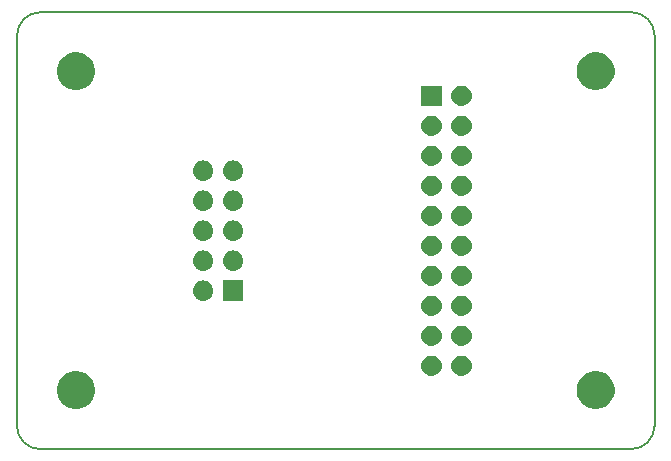
<source format=gbr>
G04 #@! TF.GenerationSoftware,KiCad,Pcbnew,5.0.1-33cea8e~68~ubuntu18.10.1*
G04 #@! TF.CreationDate,2018-11-26T23:37:11+02:00*
G04 #@! TF.ProjectId,BUS-BLASTER-AVR,4255532D424C41535445522D4156522E,v1.0*
G04 #@! TF.SameCoordinates,Original*
G04 #@! TF.FileFunction,Soldermask,Top*
G04 #@! TF.FilePolarity,Negative*
%FSLAX46Y46*%
G04 Gerber Fmt 4.6, Leading zero omitted, Abs format (unit mm)*
G04 Created by KiCad (PCBNEW 5.0.1-33cea8e~68~ubuntu18.10.1) date ma 26. marraskuuta 2018 23.37.11*
%MOMM*%
%LPD*%
G01*
G04 APERTURE LIST*
%ADD10C,0.150000*%
%ADD11C,0.100000*%
G04 APERTURE END LIST*
D10*
X100000000Y-50000000D02*
G75*
G02X102000000Y-52000000I0J-2000000D01*
G01*
X102000000Y-85000000D02*
G75*
G02X100000000Y-87000000I-2000000J0D01*
G01*
X50000000Y-87000000D02*
G75*
G02X48000000Y-85000000I0J2000000D01*
G01*
X48000000Y-52000000D02*
G75*
G02X50000000Y-50000000I2000000J0D01*
G01*
X50000000Y-50000000D02*
X100000000Y-50000000D01*
X102000000Y-85000000D02*
X102000000Y-52000000D01*
X50000000Y-87000000D02*
X100000000Y-87000000D01*
X48000000Y-52000000D02*
X48000000Y-85000000D01*
D11*
G36*
X97466703Y-80461487D02*
X97466705Y-80461488D01*
X97466706Y-80461488D01*
X97757884Y-80582098D01*
X98019939Y-80757197D01*
X98242803Y-80980061D01*
X98417902Y-81242116D01*
X98538512Y-81533294D01*
X98600000Y-81842416D01*
X98600000Y-82157584D01*
X98538512Y-82466706D01*
X98417902Y-82757884D01*
X98242803Y-83019939D01*
X98019939Y-83242803D01*
X97757884Y-83417902D01*
X97466706Y-83538512D01*
X97466705Y-83538512D01*
X97466703Y-83538513D01*
X97157586Y-83600000D01*
X96842414Y-83600000D01*
X96533297Y-83538513D01*
X96533295Y-83538512D01*
X96533294Y-83538512D01*
X96242116Y-83417902D01*
X95980061Y-83242803D01*
X95757197Y-83019939D01*
X95582098Y-82757884D01*
X95461488Y-82466706D01*
X95400000Y-82157584D01*
X95400000Y-81842416D01*
X95461488Y-81533294D01*
X95582098Y-81242116D01*
X95757197Y-80980061D01*
X95980061Y-80757197D01*
X96242116Y-80582098D01*
X96533294Y-80461488D01*
X96533295Y-80461488D01*
X96533297Y-80461487D01*
X96842414Y-80400000D01*
X97157586Y-80400000D01*
X97466703Y-80461487D01*
X97466703Y-80461487D01*
G37*
G36*
X53466703Y-80461487D02*
X53466705Y-80461488D01*
X53466706Y-80461488D01*
X53757884Y-80582098D01*
X54019939Y-80757197D01*
X54242803Y-80980061D01*
X54417902Y-81242116D01*
X54538512Y-81533294D01*
X54600000Y-81842416D01*
X54600000Y-82157584D01*
X54538512Y-82466706D01*
X54417902Y-82757884D01*
X54242803Y-83019939D01*
X54019939Y-83242803D01*
X53757884Y-83417902D01*
X53466706Y-83538512D01*
X53466705Y-83538512D01*
X53466703Y-83538513D01*
X53157586Y-83600000D01*
X52842414Y-83600000D01*
X52533297Y-83538513D01*
X52533295Y-83538512D01*
X52533294Y-83538512D01*
X52242116Y-83417902D01*
X51980061Y-83242803D01*
X51757197Y-83019939D01*
X51582098Y-82757884D01*
X51461488Y-82466706D01*
X51400000Y-82157584D01*
X51400000Y-81842416D01*
X51461488Y-81533294D01*
X51582098Y-81242116D01*
X51757197Y-80980061D01*
X51980061Y-80757197D01*
X52242116Y-80582098D01*
X52533294Y-80461488D01*
X52533295Y-80461488D01*
X52533297Y-80461487D01*
X52842414Y-80400000D01*
X53157586Y-80400000D01*
X53466703Y-80461487D01*
X53466703Y-80461487D01*
G37*
G36*
X83269293Y-79088895D02*
X83432085Y-79138278D01*
X83582114Y-79218470D01*
X83713612Y-79326388D01*
X83821530Y-79457886D01*
X83901722Y-79607915D01*
X83951105Y-79770707D01*
X83967779Y-79940000D01*
X83951105Y-80109293D01*
X83901722Y-80272085D01*
X83821530Y-80422114D01*
X83713612Y-80553612D01*
X83582114Y-80661530D01*
X83432085Y-80741722D01*
X83269293Y-80791105D01*
X83142426Y-80803600D01*
X83057574Y-80803600D01*
X82930707Y-80791105D01*
X82767915Y-80741722D01*
X82617886Y-80661530D01*
X82486388Y-80553612D01*
X82378470Y-80422114D01*
X82298278Y-80272085D01*
X82248895Y-80109293D01*
X82232221Y-79940000D01*
X82248895Y-79770707D01*
X82298278Y-79607915D01*
X82378470Y-79457886D01*
X82486388Y-79326388D01*
X82617886Y-79218470D01*
X82767915Y-79138278D01*
X82930707Y-79088895D01*
X83057574Y-79076400D01*
X83142426Y-79076400D01*
X83269293Y-79088895D01*
X83269293Y-79088895D01*
G37*
G36*
X85809293Y-79088895D02*
X85972085Y-79138278D01*
X86122114Y-79218470D01*
X86253612Y-79326388D01*
X86361530Y-79457886D01*
X86441722Y-79607915D01*
X86491105Y-79770707D01*
X86507779Y-79940000D01*
X86491105Y-80109293D01*
X86441722Y-80272085D01*
X86361530Y-80422114D01*
X86253612Y-80553612D01*
X86122114Y-80661530D01*
X85972085Y-80741722D01*
X85809293Y-80791105D01*
X85682426Y-80803600D01*
X85597574Y-80803600D01*
X85470707Y-80791105D01*
X85307915Y-80741722D01*
X85157886Y-80661530D01*
X85026388Y-80553612D01*
X84918470Y-80422114D01*
X84838278Y-80272085D01*
X84788895Y-80109293D01*
X84772221Y-79940000D01*
X84788895Y-79770707D01*
X84838278Y-79607915D01*
X84918470Y-79457886D01*
X85026388Y-79326388D01*
X85157886Y-79218470D01*
X85307915Y-79138278D01*
X85470707Y-79088895D01*
X85597574Y-79076400D01*
X85682426Y-79076400D01*
X85809293Y-79088895D01*
X85809293Y-79088895D01*
G37*
G36*
X85809293Y-76548895D02*
X85972085Y-76598278D01*
X86122114Y-76678470D01*
X86253612Y-76786388D01*
X86361530Y-76917886D01*
X86441722Y-77067915D01*
X86491105Y-77230707D01*
X86507779Y-77400000D01*
X86491105Y-77569293D01*
X86441722Y-77732085D01*
X86361530Y-77882114D01*
X86253612Y-78013612D01*
X86122114Y-78121530D01*
X85972085Y-78201722D01*
X85809293Y-78251105D01*
X85682426Y-78263600D01*
X85597574Y-78263600D01*
X85470707Y-78251105D01*
X85307915Y-78201722D01*
X85157886Y-78121530D01*
X85026388Y-78013612D01*
X84918470Y-77882114D01*
X84838278Y-77732085D01*
X84788895Y-77569293D01*
X84772221Y-77400000D01*
X84788895Y-77230707D01*
X84838278Y-77067915D01*
X84918470Y-76917886D01*
X85026388Y-76786388D01*
X85157886Y-76678470D01*
X85307915Y-76598278D01*
X85470707Y-76548895D01*
X85597574Y-76536400D01*
X85682426Y-76536400D01*
X85809293Y-76548895D01*
X85809293Y-76548895D01*
G37*
G36*
X83269293Y-76548895D02*
X83432085Y-76598278D01*
X83582114Y-76678470D01*
X83713612Y-76786388D01*
X83821530Y-76917886D01*
X83901722Y-77067915D01*
X83951105Y-77230707D01*
X83967779Y-77400000D01*
X83951105Y-77569293D01*
X83901722Y-77732085D01*
X83821530Y-77882114D01*
X83713612Y-78013612D01*
X83582114Y-78121530D01*
X83432085Y-78201722D01*
X83269293Y-78251105D01*
X83142426Y-78263600D01*
X83057574Y-78263600D01*
X82930707Y-78251105D01*
X82767915Y-78201722D01*
X82617886Y-78121530D01*
X82486388Y-78013612D01*
X82378470Y-77882114D01*
X82298278Y-77732085D01*
X82248895Y-77569293D01*
X82232221Y-77400000D01*
X82248895Y-77230707D01*
X82298278Y-77067915D01*
X82378470Y-76917886D01*
X82486388Y-76786388D01*
X82617886Y-76678470D01*
X82767915Y-76598278D01*
X82930707Y-76548895D01*
X83057574Y-76536400D01*
X83142426Y-76536400D01*
X83269293Y-76548895D01*
X83269293Y-76548895D01*
G37*
G36*
X85809293Y-74008895D02*
X85972085Y-74058278D01*
X86122114Y-74138470D01*
X86253612Y-74246388D01*
X86361530Y-74377886D01*
X86441722Y-74527915D01*
X86491105Y-74690707D01*
X86507779Y-74860000D01*
X86491105Y-75029293D01*
X86441722Y-75192085D01*
X86361530Y-75342114D01*
X86253612Y-75473612D01*
X86122114Y-75581530D01*
X85972085Y-75661722D01*
X85809293Y-75711105D01*
X85682426Y-75723600D01*
X85597574Y-75723600D01*
X85470707Y-75711105D01*
X85307915Y-75661722D01*
X85157886Y-75581530D01*
X85026388Y-75473612D01*
X84918470Y-75342114D01*
X84838278Y-75192085D01*
X84788895Y-75029293D01*
X84772221Y-74860000D01*
X84788895Y-74690707D01*
X84838278Y-74527915D01*
X84918470Y-74377886D01*
X85026388Y-74246388D01*
X85157886Y-74138470D01*
X85307915Y-74058278D01*
X85470707Y-74008895D01*
X85597574Y-73996400D01*
X85682426Y-73996400D01*
X85809293Y-74008895D01*
X85809293Y-74008895D01*
G37*
G36*
X83269293Y-74008895D02*
X83432085Y-74058278D01*
X83582114Y-74138470D01*
X83713612Y-74246388D01*
X83821530Y-74377886D01*
X83901722Y-74527915D01*
X83951105Y-74690707D01*
X83967779Y-74860000D01*
X83951105Y-75029293D01*
X83901722Y-75192085D01*
X83821530Y-75342114D01*
X83713612Y-75473612D01*
X83582114Y-75581530D01*
X83432085Y-75661722D01*
X83269293Y-75711105D01*
X83142426Y-75723600D01*
X83057574Y-75723600D01*
X82930707Y-75711105D01*
X82767915Y-75661722D01*
X82617886Y-75581530D01*
X82486388Y-75473612D01*
X82378470Y-75342114D01*
X82298278Y-75192085D01*
X82248895Y-75029293D01*
X82232221Y-74860000D01*
X82248895Y-74690707D01*
X82298278Y-74527915D01*
X82378470Y-74377886D01*
X82486388Y-74246388D01*
X82617886Y-74138470D01*
X82767915Y-74058278D01*
X82930707Y-74008895D01*
X83057574Y-73996400D01*
X83142426Y-73996400D01*
X83269293Y-74008895D01*
X83269293Y-74008895D01*
G37*
G36*
X63929293Y-72728895D02*
X64092085Y-72778278D01*
X64242114Y-72858470D01*
X64373612Y-72966388D01*
X64481530Y-73097886D01*
X64561722Y-73247915D01*
X64611105Y-73410707D01*
X64627779Y-73580000D01*
X64611105Y-73749293D01*
X64561722Y-73912085D01*
X64481530Y-74062114D01*
X64373612Y-74193612D01*
X64242114Y-74301530D01*
X64092085Y-74381722D01*
X63929293Y-74431105D01*
X63802426Y-74443600D01*
X63717574Y-74443600D01*
X63590707Y-74431105D01*
X63427915Y-74381722D01*
X63277886Y-74301530D01*
X63146388Y-74193612D01*
X63038470Y-74062114D01*
X62958278Y-73912085D01*
X62908895Y-73749293D01*
X62892221Y-73580000D01*
X62908895Y-73410707D01*
X62958278Y-73247915D01*
X63038470Y-73097886D01*
X63146388Y-72966388D01*
X63277886Y-72858470D01*
X63427915Y-72778278D01*
X63590707Y-72728895D01*
X63717574Y-72716400D01*
X63802426Y-72716400D01*
X63929293Y-72728895D01*
X63929293Y-72728895D01*
G37*
G36*
X67163600Y-74443600D02*
X65436400Y-74443600D01*
X65436400Y-72716400D01*
X67163600Y-72716400D01*
X67163600Y-74443600D01*
X67163600Y-74443600D01*
G37*
G36*
X85809293Y-71468895D02*
X85972085Y-71518278D01*
X86122114Y-71598470D01*
X86253612Y-71706388D01*
X86361530Y-71837886D01*
X86441722Y-71987915D01*
X86491105Y-72150707D01*
X86507779Y-72320000D01*
X86491105Y-72489293D01*
X86441722Y-72652085D01*
X86361530Y-72802114D01*
X86253612Y-72933612D01*
X86122114Y-73041530D01*
X85972085Y-73121722D01*
X85809293Y-73171105D01*
X85682426Y-73183600D01*
X85597574Y-73183600D01*
X85470707Y-73171105D01*
X85307915Y-73121722D01*
X85157886Y-73041530D01*
X85026388Y-72933612D01*
X84918470Y-72802114D01*
X84838278Y-72652085D01*
X84788895Y-72489293D01*
X84772221Y-72320000D01*
X84788895Y-72150707D01*
X84838278Y-71987915D01*
X84918470Y-71837886D01*
X85026388Y-71706388D01*
X85157886Y-71598470D01*
X85307915Y-71518278D01*
X85470707Y-71468895D01*
X85597574Y-71456400D01*
X85682426Y-71456400D01*
X85809293Y-71468895D01*
X85809293Y-71468895D01*
G37*
G36*
X83269293Y-71468895D02*
X83432085Y-71518278D01*
X83582114Y-71598470D01*
X83713612Y-71706388D01*
X83821530Y-71837886D01*
X83901722Y-71987915D01*
X83951105Y-72150707D01*
X83967779Y-72320000D01*
X83951105Y-72489293D01*
X83901722Y-72652085D01*
X83821530Y-72802114D01*
X83713612Y-72933612D01*
X83582114Y-73041530D01*
X83432085Y-73121722D01*
X83269293Y-73171105D01*
X83142426Y-73183600D01*
X83057574Y-73183600D01*
X82930707Y-73171105D01*
X82767915Y-73121722D01*
X82617886Y-73041530D01*
X82486388Y-72933612D01*
X82378470Y-72802114D01*
X82298278Y-72652085D01*
X82248895Y-72489293D01*
X82232221Y-72320000D01*
X82248895Y-72150707D01*
X82298278Y-71987915D01*
X82378470Y-71837886D01*
X82486388Y-71706388D01*
X82617886Y-71598470D01*
X82767915Y-71518278D01*
X82930707Y-71468895D01*
X83057574Y-71456400D01*
X83142426Y-71456400D01*
X83269293Y-71468895D01*
X83269293Y-71468895D01*
G37*
G36*
X66469293Y-70188895D02*
X66632085Y-70238278D01*
X66782114Y-70318470D01*
X66913612Y-70426388D01*
X67021530Y-70557886D01*
X67101722Y-70707915D01*
X67151105Y-70870707D01*
X67167779Y-71040000D01*
X67151105Y-71209293D01*
X67101722Y-71372085D01*
X67021530Y-71522114D01*
X66913612Y-71653612D01*
X66782114Y-71761530D01*
X66632085Y-71841722D01*
X66469293Y-71891105D01*
X66342426Y-71903600D01*
X66257574Y-71903600D01*
X66130707Y-71891105D01*
X65967915Y-71841722D01*
X65817886Y-71761530D01*
X65686388Y-71653612D01*
X65578470Y-71522114D01*
X65498278Y-71372085D01*
X65448895Y-71209293D01*
X65432221Y-71040000D01*
X65448895Y-70870707D01*
X65498278Y-70707915D01*
X65578470Y-70557886D01*
X65686388Y-70426388D01*
X65817886Y-70318470D01*
X65967915Y-70238278D01*
X66130707Y-70188895D01*
X66257574Y-70176400D01*
X66342426Y-70176400D01*
X66469293Y-70188895D01*
X66469293Y-70188895D01*
G37*
G36*
X63929293Y-70188895D02*
X64092085Y-70238278D01*
X64242114Y-70318470D01*
X64373612Y-70426388D01*
X64481530Y-70557886D01*
X64561722Y-70707915D01*
X64611105Y-70870707D01*
X64627779Y-71040000D01*
X64611105Y-71209293D01*
X64561722Y-71372085D01*
X64481530Y-71522114D01*
X64373612Y-71653612D01*
X64242114Y-71761530D01*
X64092085Y-71841722D01*
X63929293Y-71891105D01*
X63802426Y-71903600D01*
X63717574Y-71903600D01*
X63590707Y-71891105D01*
X63427915Y-71841722D01*
X63277886Y-71761530D01*
X63146388Y-71653612D01*
X63038470Y-71522114D01*
X62958278Y-71372085D01*
X62908895Y-71209293D01*
X62892221Y-71040000D01*
X62908895Y-70870707D01*
X62958278Y-70707915D01*
X63038470Y-70557886D01*
X63146388Y-70426388D01*
X63277886Y-70318470D01*
X63427915Y-70238278D01*
X63590707Y-70188895D01*
X63717574Y-70176400D01*
X63802426Y-70176400D01*
X63929293Y-70188895D01*
X63929293Y-70188895D01*
G37*
G36*
X85809293Y-68928895D02*
X85972085Y-68978278D01*
X86122114Y-69058470D01*
X86253612Y-69166388D01*
X86361530Y-69297886D01*
X86441722Y-69447915D01*
X86491105Y-69610707D01*
X86507779Y-69780000D01*
X86491105Y-69949293D01*
X86441722Y-70112085D01*
X86361530Y-70262114D01*
X86253612Y-70393612D01*
X86122114Y-70501530D01*
X85972085Y-70581722D01*
X85809293Y-70631105D01*
X85682426Y-70643600D01*
X85597574Y-70643600D01*
X85470707Y-70631105D01*
X85307915Y-70581722D01*
X85157886Y-70501530D01*
X85026388Y-70393612D01*
X84918470Y-70262114D01*
X84838278Y-70112085D01*
X84788895Y-69949293D01*
X84772221Y-69780000D01*
X84788895Y-69610707D01*
X84838278Y-69447915D01*
X84918470Y-69297886D01*
X85026388Y-69166388D01*
X85157886Y-69058470D01*
X85307915Y-68978278D01*
X85470707Y-68928895D01*
X85597574Y-68916400D01*
X85682426Y-68916400D01*
X85809293Y-68928895D01*
X85809293Y-68928895D01*
G37*
G36*
X83269293Y-68928895D02*
X83432085Y-68978278D01*
X83582114Y-69058470D01*
X83713612Y-69166388D01*
X83821530Y-69297886D01*
X83901722Y-69447915D01*
X83951105Y-69610707D01*
X83967779Y-69780000D01*
X83951105Y-69949293D01*
X83901722Y-70112085D01*
X83821530Y-70262114D01*
X83713612Y-70393612D01*
X83582114Y-70501530D01*
X83432085Y-70581722D01*
X83269293Y-70631105D01*
X83142426Y-70643600D01*
X83057574Y-70643600D01*
X82930707Y-70631105D01*
X82767915Y-70581722D01*
X82617886Y-70501530D01*
X82486388Y-70393612D01*
X82378470Y-70262114D01*
X82298278Y-70112085D01*
X82248895Y-69949293D01*
X82232221Y-69780000D01*
X82248895Y-69610707D01*
X82298278Y-69447915D01*
X82378470Y-69297886D01*
X82486388Y-69166388D01*
X82617886Y-69058470D01*
X82767915Y-68978278D01*
X82930707Y-68928895D01*
X83057574Y-68916400D01*
X83142426Y-68916400D01*
X83269293Y-68928895D01*
X83269293Y-68928895D01*
G37*
G36*
X63929293Y-67648895D02*
X64092085Y-67698278D01*
X64242114Y-67778470D01*
X64373612Y-67886388D01*
X64481530Y-68017886D01*
X64561722Y-68167915D01*
X64611105Y-68330707D01*
X64627779Y-68500000D01*
X64611105Y-68669293D01*
X64561722Y-68832085D01*
X64481530Y-68982114D01*
X64373612Y-69113612D01*
X64242114Y-69221530D01*
X64092085Y-69301722D01*
X63929293Y-69351105D01*
X63802426Y-69363600D01*
X63717574Y-69363600D01*
X63590707Y-69351105D01*
X63427915Y-69301722D01*
X63277886Y-69221530D01*
X63146388Y-69113612D01*
X63038470Y-68982114D01*
X62958278Y-68832085D01*
X62908895Y-68669293D01*
X62892221Y-68500000D01*
X62908895Y-68330707D01*
X62958278Y-68167915D01*
X63038470Y-68017886D01*
X63146388Y-67886388D01*
X63277886Y-67778470D01*
X63427915Y-67698278D01*
X63590707Y-67648895D01*
X63717574Y-67636400D01*
X63802426Y-67636400D01*
X63929293Y-67648895D01*
X63929293Y-67648895D01*
G37*
G36*
X66469293Y-67648895D02*
X66632085Y-67698278D01*
X66782114Y-67778470D01*
X66913612Y-67886388D01*
X67021530Y-68017886D01*
X67101722Y-68167915D01*
X67151105Y-68330707D01*
X67167779Y-68500000D01*
X67151105Y-68669293D01*
X67101722Y-68832085D01*
X67021530Y-68982114D01*
X66913612Y-69113612D01*
X66782114Y-69221530D01*
X66632085Y-69301722D01*
X66469293Y-69351105D01*
X66342426Y-69363600D01*
X66257574Y-69363600D01*
X66130707Y-69351105D01*
X65967915Y-69301722D01*
X65817886Y-69221530D01*
X65686388Y-69113612D01*
X65578470Y-68982114D01*
X65498278Y-68832085D01*
X65448895Y-68669293D01*
X65432221Y-68500000D01*
X65448895Y-68330707D01*
X65498278Y-68167915D01*
X65578470Y-68017886D01*
X65686388Y-67886388D01*
X65817886Y-67778470D01*
X65967915Y-67698278D01*
X66130707Y-67648895D01*
X66257574Y-67636400D01*
X66342426Y-67636400D01*
X66469293Y-67648895D01*
X66469293Y-67648895D01*
G37*
G36*
X83269293Y-66388895D02*
X83432085Y-66438278D01*
X83582114Y-66518470D01*
X83713612Y-66626388D01*
X83821530Y-66757886D01*
X83901722Y-66907915D01*
X83951105Y-67070707D01*
X83967779Y-67240000D01*
X83951105Y-67409293D01*
X83901722Y-67572085D01*
X83821530Y-67722114D01*
X83713612Y-67853612D01*
X83582114Y-67961530D01*
X83432085Y-68041722D01*
X83269293Y-68091105D01*
X83142426Y-68103600D01*
X83057574Y-68103600D01*
X82930707Y-68091105D01*
X82767915Y-68041722D01*
X82617886Y-67961530D01*
X82486388Y-67853612D01*
X82378470Y-67722114D01*
X82298278Y-67572085D01*
X82248895Y-67409293D01*
X82232221Y-67240000D01*
X82248895Y-67070707D01*
X82298278Y-66907915D01*
X82378470Y-66757886D01*
X82486388Y-66626388D01*
X82617886Y-66518470D01*
X82767915Y-66438278D01*
X82930707Y-66388895D01*
X83057574Y-66376400D01*
X83142426Y-66376400D01*
X83269293Y-66388895D01*
X83269293Y-66388895D01*
G37*
G36*
X85809293Y-66388895D02*
X85972085Y-66438278D01*
X86122114Y-66518470D01*
X86253612Y-66626388D01*
X86361530Y-66757886D01*
X86441722Y-66907915D01*
X86491105Y-67070707D01*
X86507779Y-67240000D01*
X86491105Y-67409293D01*
X86441722Y-67572085D01*
X86361530Y-67722114D01*
X86253612Y-67853612D01*
X86122114Y-67961530D01*
X85972085Y-68041722D01*
X85809293Y-68091105D01*
X85682426Y-68103600D01*
X85597574Y-68103600D01*
X85470707Y-68091105D01*
X85307915Y-68041722D01*
X85157886Y-67961530D01*
X85026388Y-67853612D01*
X84918470Y-67722114D01*
X84838278Y-67572085D01*
X84788895Y-67409293D01*
X84772221Y-67240000D01*
X84788895Y-67070707D01*
X84838278Y-66907915D01*
X84918470Y-66757886D01*
X85026388Y-66626388D01*
X85157886Y-66518470D01*
X85307915Y-66438278D01*
X85470707Y-66388895D01*
X85597574Y-66376400D01*
X85682426Y-66376400D01*
X85809293Y-66388895D01*
X85809293Y-66388895D01*
G37*
G36*
X63929293Y-65108895D02*
X64092085Y-65158278D01*
X64242114Y-65238470D01*
X64373612Y-65346388D01*
X64481530Y-65477886D01*
X64561722Y-65627915D01*
X64611105Y-65790707D01*
X64627779Y-65960000D01*
X64611105Y-66129293D01*
X64561722Y-66292085D01*
X64481530Y-66442114D01*
X64373612Y-66573612D01*
X64242114Y-66681530D01*
X64092085Y-66761722D01*
X63929293Y-66811105D01*
X63802426Y-66823600D01*
X63717574Y-66823600D01*
X63590707Y-66811105D01*
X63427915Y-66761722D01*
X63277886Y-66681530D01*
X63146388Y-66573612D01*
X63038470Y-66442114D01*
X62958278Y-66292085D01*
X62908895Y-66129293D01*
X62892221Y-65960000D01*
X62908895Y-65790707D01*
X62958278Y-65627915D01*
X63038470Y-65477886D01*
X63146388Y-65346388D01*
X63277886Y-65238470D01*
X63427915Y-65158278D01*
X63590707Y-65108895D01*
X63717574Y-65096400D01*
X63802426Y-65096400D01*
X63929293Y-65108895D01*
X63929293Y-65108895D01*
G37*
G36*
X66469293Y-65108895D02*
X66632085Y-65158278D01*
X66782114Y-65238470D01*
X66913612Y-65346388D01*
X67021530Y-65477886D01*
X67101722Y-65627915D01*
X67151105Y-65790707D01*
X67167779Y-65960000D01*
X67151105Y-66129293D01*
X67101722Y-66292085D01*
X67021530Y-66442114D01*
X66913612Y-66573612D01*
X66782114Y-66681530D01*
X66632085Y-66761722D01*
X66469293Y-66811105D01*
X66342426Y-66823600D01*
X66257574Y-66823600D01*
X66130707Y-66811105D01*
X65967915Y-66761722D01*
X65817886Y-66681530D01*
X65686388Y-66573612D01*
X65578470Y-66442114D01*
X65498278Y-66292085D01*
X65448895Y-66129293D01*
X65432221Y-65960000D01*
X65448895Y-65790707D01*
X65498278Y-65627915D01*
X65578470Y-65477886D01*
X65686388Y-65346388D01*
X65817886Y-65238470D01*
X65967915Y-65158278D01*
X66130707Y-65108895D01*
X66257574Y-65096400D01*
X66342426Y-65096400D01*
X66469293Y-65108895D01*
X66469293Y-65108895D01*
G37*
G36*
X85809293Y-63848895D02*
X85972085Y-63898278D01*
X86122114Y-63978470D01*
X86253612Y-64086388D01*
X86361530Y-64217886D01*
X86441722Y-64367915D01*
X86491105Y-64530707D01*
X86507779Y-64700000D01*
X86491105Y-64869293D01*
X86441722Y-65032085D01*
X86361530Y-65182114D01*
X86253612Y-65313612D01*
X86122114Y-65421530D01*
X85972085Y-65501722D01*
X85809293Y-65551105D01*
X85682426Y-65563600D01*
X85597574Y-65563600D01*
X85470707Y-65551105D01*
X85307915Y-65501722D01*
X85157886Y-65421530D01*
X85026388Y-65313612D01*
X84918470Y-65182114D01*
X84838278Y-65032085D01*
X84788895Y-64869293D01*
X84772221Y-64700000D01*
X84788895Y-64530707D01*
X84838278Y-64367915D01*
X84918470Y-64217886D01*
X85026388Y-64086388D01*
X85157886Y-63978470D01*
X85307915Y-63898278D01*
X85470707Y-63848895D01*
X85597574Y-63836400D01*
X85682426Y-63836400D01*
X85809293Y-63848895D01*
X85809293Y-63848895D01*
G37*
G36*
X83269293Y-63848895D02*
X83432085Y-63898278D01*
X83582114Y-63978470D01*
X83713612Y-64086388D01*
X83821530Y-64217886D01*
X83901722Y-64367915D01*
X83951105Y-64530707D01*
X83967779Y-64700000D01*
X83951105Y-64869293D01*
X83901722Y-65032085D01*
X83821530Y-65182114D01*
X83713612Y-65313612D01*
X83582114Y-65421530D01*
X83432085Y-65501722D01*
X83269293Y-65551105D01*
X83142426Y-65563600D01*
X83057574Y-65563600D01*
X82930707Y-65551105D01*
X82767915Y-65501722D01*
X82617886Y-65421530D01*
X82486388Y-65313612D01*
X82378470Y-65182114D01*
X82298278Y-65032085D01*
X82248895Y-64869293D01*
X82232221Y-64700000D01*
X82248895Y-64530707D01*
X82298278Y-64367915D01*
X82378470Y-64217886D01*
X82486388Y-64086388D01*
X82617886Y-63978470D01*
X82767915Y-63898278D01*
X82930707Y-63848895D01*
X83057574Y-63836400D01*
X83142426Y-63836400D01*
X83269293Y-63848895D01*
X83269293Y-63848895D01*
G37*
G36*
X63929293Y-62568895D02*
X64092085Y-62618278D01*
X64242114Y-62698470D01*
X64373612Y-62806388D01*
X64481530Y-62937886D01*
X64561722Y-63087915D01*
X64611105Y-63250707D01*
X64627779Y-63420000D01*
X64611105Y-63589293D01*
X64561722Y-63752085D01*
X64481530Y-63902114D01*
X64373612Y-64033612D01*
X64242114Y-64141530D01*
X64092085Y-64221722D01*
X63929293Y-64271105D01*
X63802426Y-64283600D01*
X63717574Y-64283600D01*
X63590707Y-64271105D01*
X63427915Y-64221722D01*
X63277886Y-64141530D01*
X63146388Y-64033612D01*
X63038470Y-63902114D01*
X62958278Y-63752085D01*
X62908895Y-63589293D01*
X62892221Y-63420000D01*
X62908895Y-63250707D01*
X62958278Y-63087915D01*
X63038470Y-62937886D01*
X63146388Y-62806388D01*
X63277886Y-62698470D01*
X63427915Y-62618278D01*
X63590707Y-62568895D01*
X63717574Y-62556400D01*
X63802426Y-62556400D01*
X63929293Y-62568895D01*
X63929293Y-62568895D01*
G37*
G36*
X66469293Y-62568895D02*
X66632085Y-62618278D01*
X66782114Y-62698470D01*
X66913612Y-62806388D01*
X67021530Y-62937886D01*
X67101722Y-63087915D01*
X67151105Y-63250707D01*
X67167779Y-63420000D01*
X67151105Y-63589293D01*
X67101722Y-63752085D01*
X67021530Y-63902114D01*
X66913612Y-64033612D01*
X66782114Y-64141530D01*
X66632085Y-64221722D01*
X66469293Y-64271105D01*
X66342426Y-64283600D01*
X66257574Y-64283600D01*
X66130707Y-64271105D01*
X65967915Y-64221722D01*
X65817886Y-64141530D01*
X65686388Y-64033612D01*
X65578470Y-63902114D01*
X65498278Y-63752085D01*
X65448895Y-63589293D01*
X65432221Y-63420000D01*
X65448895Y-63250707D01*
X65498278Y-63087915D01*
X65578470Y-62937886D01*
X65686388Y-62806388D01*
X65817886Y-62698470D01*
X65967915Y-62618278D01*
X66130707Y-62568895D01*
X66257574Y-62556400D01*
X66342426Y-62556400D01*
X66469293Y-62568895D01*
X66469293Y-62568895D01*
G37*
G36*
X83269293Y-61308895D02*
X83432085Y-61358278D01*
X83582114Y-61438470D01*
X83713612Y-61546388D01*
X83821530Y-61677886D01*
X83901722Y-61827915D01*
X83951105Y-61990707D01*
X83967779Y-62160000D01*
X83951105Y-62329293D01*
X83901722Y-62492085D01*
X83821530Y-62642114D01*
X83713612Y-62773612D01*
X83582114Y-62881530D01*
X83432085Y-62961722D01*
X83269293Y-63011105D01*
X83142426Y-63023600D01*
X83057574Y-63023600D01*
X82930707Y-63011105D01*
X82767915Y-62961722D01*
X82617886Y-62881530D01*
X82486388Y-62773612D01*
X82378470Y-62642114D01*
X82298278Y-62492085D01*
X82248895Y-62329293D01*
X82232221Y-62160000D01*
X82248895Y-61990707D01*
X82298278Y-61827915D01*
X82378470Y-61677886D01*
X82486388Y-61546388D01*
X82617886Y-61438470D01*
X82767915Y-61358278D01*
X82930707Y-61308895D01*
X83057574Y-61296400D01*
X83142426Y-61296400D01*
X83269293Y-61308895D01*
X83269293Y-61308895D01*
G37*
G36*
X85809293Y-61308895D02*
X85972085Y-61358278D01*
X86122114Y-61438470D01*
X86253612Y-61546388D01*
X86361530Y-61677886D01*
X86441722Y-61827915D01*
X86491105Y-61990707D01*
X86507779Y-62160000D01*
X86491105Y-62329293D01*
X86441722Y-62492085D01*
X86361530Y-62642114D01*
X86253612Y-62773612D01*
X86122114Y-62881530D01*
X85972085Y-62961722D01*
X85809293Y-63011105D01*
X85682426Y-63023600D01*
X85597574Y-63023600D01*
X85470707Y-63011105D01*
X85307915Y-62961722D01*
X85157886Y-62881530D01*
X85026388Y-62773612D01*
X84918470Y-62642114D01*
X84838278Y-62492085D01*
X84788895Y-62329293D01*
X84772221Y-62160000D01*
X84788895Y-61990707D01*
X84838278Y-61827915D01*
X84918470Y-61677886D01*
X85026388Y-61546388D01*
X85157886Y-61438470D01*
X85307915Y-61358278D01*
X85470707Y-61308895D01*
X85597574Y-61296400D01*
X85682426Y-61296400D01*
X85809293Y-61308895D01*
X85809293Y-61308895D01*
G37*
G36*
X83269293Y-58768895D02*
X83432085Y-58818278D01*
X83582114Y-58898470D01*
X83713612Y-59006388D01*
X83821530Y-59137886D01*
X83901722Y-59287915D01*
X83951105Y-59450707D01*
X83967779Y-59620000D01*
X83951105Y-59789293D01*
X83901722Y-59952085D01*
X83821530Y-60102114D01*
X83713612Y-60233612D01*
X83582114Y-60341530D01*
X83432085Y-60421722D01*
X83269293Y-60471105D01*
X83142426Y-60483600D01*
X83057574Y-60483600D01*
X82930707Y-60471105D01*
X82767915Y-60421722D01*
X82617886Y-60341530D01*
X82486388Y-60233612D01*
X82378470Y-60102114D01*
X82298278Y-59952085D01*
X82248895Y-59789293D01*
X82232221Y-59620000D01*
X82248895Y-59450707D01*
X82298278Y-59287915D01*
X82378470Y-59137886D01*
X82486388Y-59006388D01*
X82617886Y-58898470D01*
X82767915Y-58818278D01*
X82930707Y-58768895D01*
X83057574Y-58756400D01*
X83142426Y-58756400D01*
X83269293Y-58768895D01*
X83269293Y-58768895D01*
G37*
G36*
X85809293Y-58768895D02*
X85972085Y-58818278D01*
X86122114Y-58898470D01*
X86253612Y-59006388D01*
X86361530Y-59137886D01*
X86441722Y-59287915D01*
X86491105Y-59450707D01*
X86507779Y-59620000D01*
X86491105Y-59789293D01*
X86441722Y-59952085D01*
X86361530Y-60102114D01*
X86253612Y-60233612D01*
X86122114Y-60341530D01*
X85972085Y-60421722D01*
X85809293Y-60471105D01*
X85682426Y-60483600D01*
X85597574Y-60483600D01*
X85470707Y-60471105D01*
X85307915Y-60421722D01*
X85157886Y-60341530D01*
X85026388Y-60233612D01*
X84918470Y-60102114D01*
X84838278Y-59952085D01*
X84788895Y-59789293D01*
X84772221Y-59620000D01*
X84788895Y-59450707D01*
X84838278Y-59287915D01*
X84918470Y-59137886D01*
X85026388Y-59006388D01*
X85157886Y-58898470D01*
X85307915Y-58818278D01*
X85470707Y-58768895D01*
X85597574Y-58756400D01*
X85682426Y-58756400D01*
X85809293Y-58768895D01*
X85809293Y-58768895D01*
G37*
G36*
X85809293Y-56228895D02*
X85972085Y-56278278D01*
X86122114Y-56358470D01*
X86253612Y-56466388D01*
X86361530Y-56597886D01*
X86441722Y-56747915D01*
X86491105Y-56910707D01*
X86507779Y-57080000D01*
X86491105Y-57249293D01*
X86441722Y-57412085D01*
X86361530Y-57562114D01*
X86253612Y-57693612D01*
X86122114Y-57801530D01*
X85972085Y-57881722D01*
X85809293Y-57931105D01*
X85682426Y-57943600D01*
X85597574Y-57943600D01*
X85470707Y-57931105D01*
X85307915Y-57881722D01*
X85157886Y-57801530D01*
X85026388Y-57693612D01*
X84918470Y-57562114D01*
X84838278Y-57412085D01*
X84788895Y-57249293D01*
X84772221Y-57080000D01*
X84788895Y-56910707D01*
X84838278Y-56747915D01*
X84918470Y-56597886D01*
X85026388Y-56466388D01*
X85157886Y-56358470D01*
X85307915Y-56278278D01*
X85470707Y-56228895D01*
X85597574Y-56216400D01*
X85682426Y-56216400D01*
X85809293Y-56228895D01*
X85809293Y-56228895D01*
G37*
G36*
X83963600Y-57943600D02*
X82236400Y-57943600D01*
X82236400Y-56216400D01*
X83963600Y-56216400D01*
X83963600Y-57943600D01*
X83963600Y-57943600D01*
G37*
G36*
X97466703Y-53461487D02*
X97466705Y-53461488D01*
X97466706Y-53461488D01*
X97757884Y-53582098D01*
X98019939Y-53757197D01*
X98242803Y-53980061D01*
X98417902Y-54242116D01*
X98538512Y-54533294D01*
X98600000Y-54842416D01*
X98600000Y-55157584D01*
X98538512Y-55466706D01*
X98417902Y-55757884D01*
X98242803Y-56019939D01*
X98019939Y-56242803D01*
X97757884Y-56417902D01*
X97466706Y-56538512D01*
X97466705Y-56538512D01*
X97466703Y-56538513D01*
X97157586Y-56600000D01*
X96842414Y-56600000D01*
X96533297Y-56538513D01*
X96533295Y-56538512D01*
X96533294Y-56538512D01*
X96242116Y-56417902D01*
X95980061Y-56242803D01*
X95757197Y-56019939D01*
X95582098Y-55757884D01*
X95461488Y-55466706D01*
X95400000Y-55157584D01*
X95400000Y-54842416D01*
X95461488Y-54533294D01*
X95582098Y-54242116D01*
X95757197Y-53980061D01*
X95980061Y-53757197D01*
X96242116Y-53582098D01*
X96533294Y-53461488D01*
X96533295Y-53461488D01*
X96533297Y-53461487D01*
X96842414Y-53400000D01*
X97157586Y-53400000D01*
X97466703Y-53461487D01*
X97466703Y-53461487D01*
G37*
G36*
X53466703Y-53461487D02*
X53466705Y-53461488D01*
X53466706Y-53461488D01*
X53757884Y-53582098D01*
X54019939Y-53757197D01*
X54242803Y-53980061D01*
X54417902Y-54242116D01*
X54538512Y-54533294D01*
X54600000Y-54842416D01*
X54600000Y-55157584D01*
X54538512Y-55466706D01*
X54417902Y-55757884D01*
X54242803Y-56019939D01*
X54019939Y-56242803D01*
X53757884Y-56417902D01*
X53466706Y-56538512D01*
X53466705Y-56538512D01*
X53466703Y-56538513D01*
X53157586Y-56600000D01*
X52842414Y-56600000D01*
X52533297Y-56538513D01*
X52533295Y-56538512D01*
X52533294Y-56538512D01*
X52242116Y-56417902D01*
X51980061Y-56242803D01*
X51757197Y-56019939D01*
X51582098Y-55757884D01*
X51461488Y-55466706D01*
X51400000Y-55157584D01*
X51400000Y-54842416D01*
X51461488Y-54533294D01*
X51582098Y-54242116D01*
X51757197Y-53980061D01*
X51980061Y-53757197D01*
X52242116Y-53582098D01*
X52533294Y-53461488D01*
X52533295Y-53461488D01*
X52533297Y-53461487D01*
X52842414Y-53400000D01*
X53157586Y-53400000D01*
X53466703Y-53461487D01*
X53466703Y-53461487D01*
G37*
M02*

</source>
